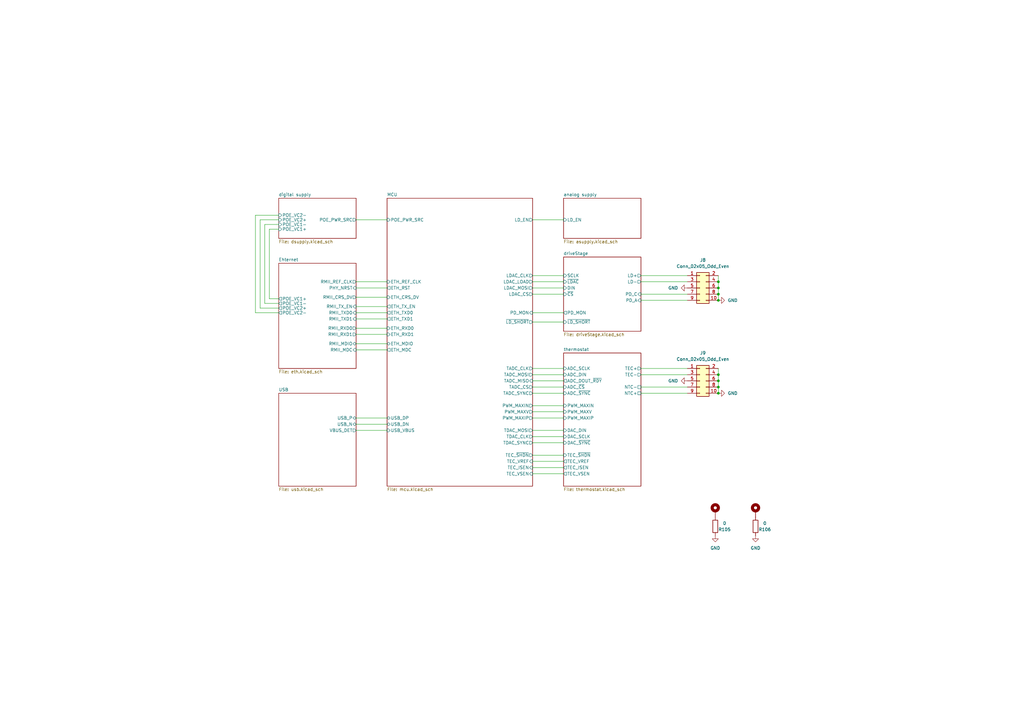
<source format=kicad_sch>
(kicad_sch (version 20230121) (generator eeschema)
  (paper "A3")
  (title_block (title "Kirdy") (date "2022-07-03") (rev "r0.1") (company "M-Labs") (comment 1 "Alex Wong Tat Hang"))
  (lib_symbols
    (symbol "Connector_Generic:Conn_02x05_Odd_Even" (pin_names (offset 1.016) hide)
      (property "Reference" "J" (at 1.27 7.62 0))
      (property "Value" "Conn_02x05_Odd_Even" (at 1.27 -7.62 0))
      (symbol "Conn_02x05_Odd_Even_1_1"
        (rectangle (start -1.27 -4.953) (end 0 -5.207) (stroke (width 0.1524)))
        (rectangle (start -1.27 -2.413) (end 0 -2.667) (stroke (width 0.1524)))
        (rectangle (start -1.27 0.127) (end 0 -0.127) (stroke (width 0.1524)))
        (rectangle (start -1.27 2.667) (end 0 2.413) (stroke (width 0.1524)))
        (rectangle (start -1.27 5.207) (end 0 4.953) (stroke (width 0.1524)))
        (rectangle (start -1.27 6.35) (end 3.81 -6.35) (stroke (width 0.254)) (fill (type background)))
        (rectangle (start 3.81 -4.953) (end 2.54 -5.207) (stroke (width 0.1524)))
        (rectangle (start 3.81 -2.413) (end 2.54 -2.667) (stroke (width 0.1524)))
        (rectangle (start 3.81 0.127) (end 2.54 -0.127) (stroke (width 0.1524)))
        (rectangle (start 3.81 2.667) (end 2.54 2.413) (stroke (width 0.1524)))
        (rectangle (start 3.81 5.207) (end 2.54 4.953) (stroke (width 0.1524)))
        (pin passive line (at -5.08 5.08 0) (length 3.81) (name "Pin_1") (number "1"))
        (pin passive line (at 7.62 -5.08 180) (length 3.81) (name "Pin_10") (number "10"))
        (pin passive line (at 7.62 5.08 180) (length 3.81) (name "Pin_2") (number "2"))
        (pin passive line (at -5.08 2.54 0) (length 3.81) (name "Pin_3") (number "3"))
        (pin passive line (at 7.62 2.54 180) (length 3.81) (name "Pin_4") (number "4"))
        (pin passive line (at -5.08 0 0) (length 3.81) (name "Pin_5") (number "5"))
        (pin passive line (at 7.62 0 180) (length 3.81) (name "Pin_6") (number "6"))
        (pin passive line (at -5.08 -2.54 0) (length 3.81) (name "Pin_7") (number "7"))
        (pin passive line (at 7.62 -2.54 180) (length 3.81) (name "Pin_8") (number "8"))
        (pin passive line (at -5.08 -5.08 0) (length 3.81) (name "Pin_9") (number "9"))
      )
    )
    (symbol "Device:R" (pin_numbers hide) (pin_names (offset 0))
      (property "Reference" "R" (at 2.032 0 90))
      (property "Value" "R" (at 0 0 90))
      (symbol "R_0_1"
        (rectangle (start -1.016 -2.54) (end 1.016 2.54) (stroke (width 0.254)))
      )
      (symbol "R_1_1"
        (pin passive line (at 0 3.81 270) (length 1.27) (name "~") (number "1"))
        (pin passive line (at 0 -3.81 90) (length 1.27) (name "~") (number "2"))
      )
    )
    (symbol "Mechanical:MountingHole_Pad" (pin_numbers hide) (pin_names (offset 1.016) hide)
      (property "Reference" "H" (at 0 6.35 0))
      (property "Value" "MountingHole_Pad" (at 0 4.445 0))
      (symbol "MountingHole_Pad_0_1"
        (circle (center 0 1.27) (radius 1.27) (stroke (width 1.27)))
      )
      (symbol "MountingHole_Pad_1_1"
        (pin input line (at 0 -2.54 90) (length 2.54) (name "1") (number "1"))
      )
    )
    (symbol "power:GND" (power) (pin_names (offset 0))
      (property "Value" "GND" (at 0 -3.81 0))
      (symbol "GND_0_1"
        (polyline (pts (xy 0 0) (xy 0 -1.27) (xy 1.27 -1.27) (xy 0 -2.54) (xy -1.27 -1.27) (xy 0 -1.27)))
      )
      (symbol "GND_1_1"
        (pin power_in line (at 0 0 270) (length 0) hide (name "GND") (number "1"))
      )
    )
  )
  (junction (at 294.64 161.29))
  (junction (at 294.64 118.11))
  (junction (at 294.64 158.75))
  (junction (at 294.64 156.21))
  (junction (at 294.64 120.65))
  (junction (at 294.64 115.57))
  (junction (at 294.64 153.67))
  (junction (at 294.64 123.19))
  (wire (pts (xy 146.05 176.53) (xy 158.75 176.53)))
  (wire (pts (xy 294.64 153.67) (xy 294.64 156.21)))
  (wire (pts (xy 108.585 92.075) (xy 108.585 124.46)))
  (wire (pts (xy 218.44 168.91) (xy 231.14 168.91)))
  (wire (pts (xy 106.68 126.365) (xy 106.68 90.17)))
  (wire (pts (xy 218.44 176.53) (xy 231.14 176.53)))
  (wire (pts (xy 294.64 115.57) (xy 294.64 118.11)))
  (wire (pts (xy 146.05 125.73) (xy 158.75 125.73)))
  (wire (pts (xy 262.89 123.19) (xy 281.94 123.19)))
  (wire (pts (xy 114.3 122.555) (xy 110.49 122.555)))
  (wire (pts (xy 218.44 151.13) (xy 231.14 151.13)))
  (wire (pts (xy 146.05 173.99) (xy 158.75 173.99)))
  (wire (pts (xy 218.44 161.29) (xy 231.14 161.29)))
  (wire (pts (xy 146.05 115.57) (xy 158.75 115.57)))
  (wire (pts (xy 218.44 90.17) (xy 231.14 90.17)))
  (wire (pts (xy 218.44 171.45) (xy 231.14 171.45)))
  (wire (pts (xy 146.05 140.97) (xy 158.75 140.97)))
  (wire (pts (xy 218.44 194.31) (xy 231.14 194.31)))
  (wire (pts (xy 218.44 166.37) (xy 231.14 166.37)))
  (wire (pts (xy 218.44 189.23) (xy 231.14 189.23)))
  (wire (pts (xy 218.44 179.07) (xy 231.14 179.07)))
  (wire (pts (xy 262.89 161.29) (xy 281.94 161.29)))
  (wire (pts (xy 146.05 121.92) (xy 158.75 121.92)))
  (wire (pts (xy 146.05 171.45) (xy 158.75 171.45)))
  (wire (pts (xy 262.89 113.03) (xy 281.94 113.03)))
  (wire (pts (xy 146.05 90.17) (xy 158.75 90.17)))
  (wire (pts (xy 114.3 92.075) (xy 108.585 92.075)))
  (wire (pts (xy 294.64 118.11) (xy 294.64 120.65)))
  (wire (pts (xy 110.49 93.98) (xy 114.3 93.98)))
  (wire (pts (xy 106.68 90.17) (xy 114.3 90.17)))
  (wire (pts (xy 110.49 122.555) (xy 110.49 93.98)))
  (wire (pts (xy 114.3 88.265) (xy 104.775 88.265)))
  (wire (pts (xy 146.05 130.81) (xy 158.75 130.81)))
  (wire (pts (xy 218.44 115.57) (xy 231.14 115.57)))
  (wire (pts (xy 262.89 120.65) (xy 281.94 120.65)))
  (wire (pts (xy 146.05 118.11) (xy 158.75 118.11)))
  (wire (pts (xy 114.3 126.365) (xy 106.68 126.365)))
  (wire (pts (xy 146.05 128.27) (xy 158.75 128.27)))
  (wire (pts (xy 294.64 158.75) (xy 294.64 161.29)))
  (wire (pts (xy 262.89 158.75) (xy 281.94 158.75)))
  (wire (pts (xy 104.775 88.265) (xy 104.775 128.27)))
  (wire (pts (xy 218.44 132.08) (xy 231.14 132.08)))
  (wire (pts (xy 146.05 134.62) (xy 158.75 134.62)))
  (wire (pts (xy 218.44 118.11) (xy 231.14 118.11)))
  (wire (pts (xy 218.44 156.21) (xy 231.14 156.21)))
  (wire (pts (xy 294.64 120.65) (xy 294.64 123.19)))
  (wire (pts (xy 218.44 128.27) (xy 231.14 128.27)))
  (wire (pts (xy 218.44 186.69) (xy 231.14 186.69)))
  (wire (pts (xy 218.44 153.67) (xy 231.14 153.67)))
  (wire (pts (xy 218.44 181.61) (xy 231.14 181.61)))
  (wire (pts (xy 294.64 113.03) (xy 294.64 115.57)))
  (wire (pts (xy 218.44 158.75) (xy 231.14 158.75)))
  (wire (pts (xy 218.44 120.65) (xy 231.14 120.65)))
  (wire (pts (xy 262.89 151.13) (xy 281.94 151.13)))
  (wire (pts (xy 262.89 153.67) (xy 281.94 153.67)))
  (wire (pts (xy 108.585 124.46) (xy 114.3 124.46)))
  (wire (pts (xy 294.64 156.21) (xy 294.64 158.75)))
  (wire (pts (xy 146.05 143.51) (xy 158.75 143.51)))
  (wire (pts (xy 262.89 115.57) (xy 281.94 115.57)))
  (wire (pts (xy 104.775 128.27) (xy 114.3 128.27)))
  (wire (pts (xy 218.44 191.77) (xy 231.14 191.77)))
  (wire (pts (xy 218.44 113.03) (xy 231.14 113.03)))
  (wire (pts (xy 294.64 151.13) (xy 294.64 153.67)))
  (wire (pts (xy 146.05 137.16) (xy 158.75 137.16)))
  (symbol (lib_id "Connector_Generic:Conn_02x05_Odd_Even") (at 287.02 156.21 0) (unit 1)
    (property "Reference" "J9" (at 288.29 144.78 0))
    (property "Value" "Conn_02x05_Odd_Even" (at 288.29 147.32 0))
    (property "Footprint" "Connector_PinHeader_2.54mm:PinHeader_2x05_P2.54mm_Vertical_SMD" (effects hide))
    (property "MFR_PN" "3020-10-0300-00" (effects hide))
    (property "MFR_PN_ALT" "SBH11-NBPC-D05-SM-BK" (effects hide))
  )
  (symbol (lib_id "power:GND") (at 309.88 219.71 0) (unit 1)
    (property "Reference" "#PWR0175" (effects hide))
    (property "Value" "GND" (at 309.88 224.79 0))
  )
  (symbol (lib_id "Device:R") (at 293.37 215.9 180) (unit 1)
    (property "Reference" "R105" (at 297.18 217.17 0))
    (property "Value" "0" (at 297.18 214.63 0))
    (property "Footprint" "Resistor_SMD:R_0603_1608Metric" (effects hide))
    (property "MFR_PN" "RMCF0603ZT0R00" (effects hide))
    (property "MFR_PN_ALT" "CR0603-J/-000ELF" (effects hide))
  )
  (symbol (lib_id "power:GND") (at 294.64 161.29 90) (unit 1)
    (property "Reference" "#PWR0159" (effects hide))
    (property "Value" "GND" (at 298.45 161.2899 90) (effects (justify right)))
  )
  (symbol (lib_id "power:GND") (at 281.94 118.11 270) (unit 1)
    (property "Reference" "#PWR0156" (effects hide))
    (property "Value" "GND" (at 278.13 118.1099 90) (effects (justify right)))
  )
  (symbol (lib_id "power:GND") (at 294.64 123.19 90) (unit 1)
    (property "Reference" "#PWR0158" (effects hide))
    (property "Value" "GND" (at 298.45 123.1899 90) (effects (justify right)))
  )
  (symbol (lib_id "Mechanical:MountingHole_Pad") (at 293.37 209.55 0) (unit 1)
    (property "Reference" "H1" (effects hide))
    (property "Value" "MountingHole_Pad" (effects hide))
    (property "Footprint" "MountingHole:MountingHole_2.7mm_M2.5_Pad_Via" (effects hide))
  )
  (symbol (lib_id "Mechanical:MountingHole_Pad") (at 309.88 209.55 0) (unit 1)
    (property "Reference" "H2" (effects hide))
    (property "Value" "MountingHole_Pad" (effects hide))
    (property "Footprint" "MountingHole:MountingHole_2.7mm_M2.5_Pad_Via" (effects hide))
  )
  (symbol (lib_id "Connector_Generic:Conn_02x05_Odd_Even") (at 287.02 118.11 0) (unit 1)
    (property "Reference" "J8" (at 288.29 106.68 0))
    (property "Value" "Conn_02x05_Odd_Even" (at 288.29 109.22 0))
    (property "Footprint" "Connector_PinHeader_2.54mm:PinHeader_2x05_P2.54mm_Vertical_SMD" (effects hide))
    (property "MFR_PN" "3020-10-0300-00" (effects hide))
    (property "MFR_PN_ALT" "SBH11-NBPC-D05-SM-BK" (effects hide))
  )
  (symbol (lib_id "power:GND") (at 293.37 219.71 0) (unit 1)
    (property "Reference" "#PWR0174" (effects hide))
    (property "Value" "GND" (at 293.37 224.79 0))
  )
  (symbol (lib_id "power:GND") (at 281.94 156.21 270) (unit 1)
    (property "Reference" "#PWR0157" (effects hide))
    (property "Value" "GND" (at 278.13 156.2099 90) (effects (justify right)))
  )
  (symbol (lib_id "Device:R") (at 309.88 215.9 180) (unit 1)
    (property "Reference" "R106" (at 313.69 217.17 0))
    (property "Value" "0" (at 313.69 214.63 0))
    (property "Footprint" "Resistor_SMD:R_0603_1608Metric" (effects hide))
    (property "MFR_PN" "RMCF0603ZT0R00" (effects hide))
    (property "MFR_PN_ALT" "CR0603-J/-000ELF" (effects hide))
  )
  (sheet (at 114.3 107.95) (size 31.75 43.18) (stroke (width 0.1524))
    (property "Sheetname" "Ehternet" (at 114.3 107.2384 0) (effects (justify left bottom)))
    (property "Sheetfile" "eth.kicad_sch" (at 114.3 151.7146 0) (effects (justify left top)))
    (pin "RMII_MDIO" bidirectional (at 146.05 140.97 0))
    (pin "PHY_NRST" input (at 146.05 118.11 0))
    (pin "RMII_MDC" input (at 146.05 143.51 0))
    (pin "RMII_CRS_DV" output (at 146.05 121.92 0))
    (pin "RMII_TX_EN" input (at 146.05 125.73 0))
    (pin "RMII_TXD0" input (at 146.05 128.27 0))
    (pin "RMII_TXD1" input (at 146.05 130.81 0))
    (pin "RMII_RXD0" output (at 146.05 134.62 0))
    (pin "RMII_RXD1" output (at 146.05 137.16 0))
    (pin "RMII_REF_CLK" output (at 146.05 115.57 0))
    (pin "POE_VC1+" output (at 114.3 122.555 180))
    (pin "POE_VC1-" output (at 114.3 124.46 180))
    (pin "POE_VC2+" output (at 114.3 126.365 180))
    (pin "POE_VC2-" output (at 114.3 128.27 180))
  )
  (sheet (at 114.3 161.29) (size 31.75 38.1) (stroke (width 0.1524))
    (property "Sheetname" "USB" (at 114.3 160.5784 0) (effects (justify left bottom)))
    (property "Sheetfile" "usb.kicad_sch" (at 114.3 199.9746 0) (effects (justify left top)))
    (pin "USB_N" bidirectional (at 146.05 173.99 0))
    (pin "USB_P" bidirectional (at 146.05 171.45 0))
    (pin "VBUS_DET" output (at 146.05 176.53 0))
  )
  (sheet (at 231.14 105.41) (size 31.75 30.48) (stroke (width 0.1524))
    (property "Sheetname" "driveStage" (at 231.14 104.6984 0) (effects (justify left bottom)))
    (property "Sheetfile" "driveStage.kicad_sch" (at 231.14 136.4746 0) (effects (justify left top)))
    (pin "LD-" output (at 262.89 115.57 0))
    (pin "LD+" output (at 262.89 113.03 0))
    (pin "SCLK" input (at 231.14 113.03 180))
    (pin "DIN" input (at 231.14 118.11 180))
    (pin "~{LDAC}" input (at 231.14 115.57 180))
    (pin "~{CS}" input (at 231.14 120.65 180))
    (pin "PD_A" input (at 262.89 123.19 0))
    (pin "PD_C" input (at 262.89 120.65 0))
    (pin "PD_MON" output (at 231.14 128.27 180))
    (pin "~{LD_SHORT}" input (at 231.14 132.08 180))
  )
  (sheet (at 114.3 81.28) (size 31.75 16.51) (stroke (width 0.1524))
    (property "Sheetname" "digital supply" (at 114.3 80.5684 0) (effects (justify left bottom)))
    (property "Sheetfile" "dsupply.kicad_sch" (at 114.3 98.3746 0) (effects (justify left top)))
    (pin "POE_PWR_SRC" output (at 146.05 90.17 0))
    (pin "POE_VC1-" input (at 114.3 92.075 180))
    (pin "POE_VC2-" input (at 114.3 88.265 180))
    (pin "POE_VC1+" input (at 114.3 93.98 180))
    (pin "POE_VC2+" input (at 114.3 90.17 180))
  )
  (sheet (at 231.14 144.78) (size 31.75 54.61) (stroke (width 0.1524))
    (property "Sheetname" "thermostat" (at 231.14 144.0684 0) (effects (justify left bottom)))
    (property "Sheetfile" "thermostat.kicad_sch" (at 231.14 199.9746 0) (effects (justify left top)))
    (pin "TEC-" output (at 262.89 153.67 0))
    (pin "TEC+" output (at 262.89 151.13 0))
    (pin "NTC-" passive (at 262.89 158.75 0))
    (pin "NTC+" passive (at 262.89 161.29 0))
    (pin "DAC_~{SYNC}" input (at 231.14 181.61 180))
    (pin "DAC_SCLK" input (at 231.14 179.07 180))
    (pin "DAC_DIN" input (at 231.14 176.53 180))
    (pin "PWM_MAXV" input (at 231.14 168.91 180))
    (pin "ADC_SCLK" input (at 231.14 151.13 180))
    (pin "ADC_DIN" input (at 231.14 153.67 180))
    (pin "ADC_DOUT_~{RDY}" output (at 231.14 156.21 180))
    (pin "ADC_~{CS}" input (at 231.14 158.75 180))
    (pin "ADC_~{SYNC}" input (at 231.14 161.29 180))
    (pin "PWM_MAXIN" input (at 231.14 166.37 180))
    (pin "PWM_MAXIP" input (at 231.14 171.45 180))
    (pin "TEC_~{SHDN}" input (at 231.14 186.69 180))
    (pin "TEC_ISEN" output (at 231.14 191.77 180))
    (pin "TEC_VREF" output (at 231.14 189.23 180))
    (pin "TEC_VSEN" output (at 231.14 194.31 180))
  )
  (sheet (at 231.14 81.28) (size 31.75 16.51) (stroke (width 0.1524))
    (property "Sheetname" "analog supply" (at 231.14 80.5684 0) (effects (justify left bottom)))
    (property "Sheetfile" "asupply.kicad_sch" (at 231.14 98.3746 0) (effects (justify left top)))
    (pin "LD_EN" input (at 231.14 90.17 180))
  )
  (sheet (at 158.75 81.28) (size 59.69 118.11) (stroke (width 0.1524))
    (property "Sheetname" "MCU" (at 158.75 80.5684 0) (effects (justify left bottom)))
    (property "Sheetfile" "mcu.kicad_sch" (at 158.75 199.9746 0) (effects (justify left top)))
    (pin "ETH_RST" output (at 158.75 118.11 180))
    (pin "ETH_MDIO" bidirectional (at 158.75 140.97 180))
    (pin "PD_MON" input (at 218.44 128.27 0))
    (pin "TEC_~{SHDN}" output (at 218.44 186.69 0))
    (pin "TEC_VREF" input (at 218.44 189.23 0))
    (pin "ETH_CRS_DV" input (at 158.75 121.92 180))
    (pin "USB_VBUS" input (at 158.75 176.53 180))
    (pin "TEC_ISEN" input (at 218.44 191.77 0))
    (pin "TEC_VSEN" input (at 218.44 194.31 0))
    (pin "USB_DP" bidirectional (at 158.75 171.45 180))
    (pin "USB_DN" bidirectional (at 158.75 173.99 180))
    (pin "TADC_CS" output (at 218.44 158.75 0))
    (pin "LDAC_CLK" output (at 218.44 113.03 0))
    (pin "ETH_TX_EN" output (at 158.75 125.73 180))
    (pin "ETH_TXD0" output (at 158.75 128.27 180))
    (pin "ETH_TXD1" output (at 158.75 130.81 180))
    (pin "LDAC_LOAD" output (at 218.44 115.57 0))
    (pin "POE_PWR_SRC" input (at 158.75 90.17 180))
    (pin "ETH_RXD0" input (at 158.75 134.62 180))
    (pin "ETH_RXD1" input (at 158.75 137.16 180))
    (pin "LDAC_MOSI" output (at 218.44 118.11 0))
    (pin "TADC_MOSI" output (at 218.44 153.67 0))
    (pin "TADC_MISO" input (at 218.44 156.21 0))
    (pin "PWM_MAXIP" output (at 218.44 171.45 0))
    (pin "ETH_MDC" output (at 158.75 143.51 180))
    (pin "LDAC_CS" output (at 218.44 120.65 0))
    (pin "TADC_SYNC" output (at 218.44 161.29 0))
    (pin "TDAC_CLK" output (at 218.44 179.07 0))
    (pin "TDAC_SYNC" output (at 218.44 181.61 0))
    (pin "TDAC_MOSI" output (at 218.44 176.53 0))
    (pin "PWM_MAXIN" output (at 218.44 166.37 0))
    (pin "PWM_MAXV" output (at 218.44 168.91 0))
    (pin "TADC_CLK" output (at 218.44 151.13 0))
    (pin "ETH_REF_CLK" input (at 158.75 115.57 180))
    (pin "LD_EN" output (at 218.44 90.17 0))
    (pin "~{LD_SHORT}" output (at 218.44 132.08 0))
  )
)
</source>
